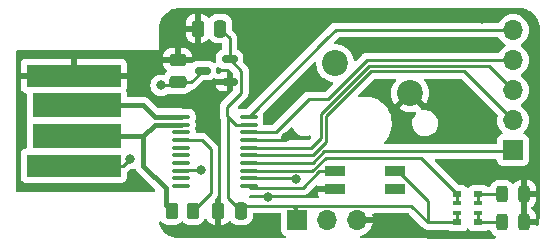
<source format=gbr>
%TF.GenerationSoftware,KiCad,Pcbnew,7.0.8*%
%TF.CreationDate,2024-02-06T14:03:30-06:00*%
%TF.ProjectId,Keeb,4b656562-2e6b-4696-9361-645f70636258,rev?*%
%TF.SameCoordinates,Original*%
%TF.FileFunction,Copper,L1,Top*%
%TF.FilePolarity,Positive*%
%FSLAX46Y46*%
G04 Gerber Fmt 4.6, Leading zero omitted, Abs format (unit mm)*
G04 Created by KiCad (PCBNEW 7.0.8) date 2024-02-06 14:03:30*
%MOMM*%
%LPD*%
G01*
G04 APERTURE LIST*
G04 Aperture macros list*
%AMRoundRect*
0 Rectangle with rounded corners*
0 $1 Rounding radius*
0 $2 $3 $4 $5 $6 $7 $8 $9 X,Y pos of 4 corners*
0 Add a 4 corners polygon primitive as box body*
4,1,4,$2,$3,$4,$5,$6,$7,$8,$9,$2,$3,0*
0 Add four circle primitives for the rounded corners*
1,1,$1+$1,$2,$3*
1,1,$1+$1,$4,$5*
1,1,$1+$1,$6,$7*
1,1,$1+$1,$8,$9*
0 Add four rect primitives between the rounded corners*
20,1,$1+$1,$2,$3,$4,$5,0*
20,1,$1+$1,$4,$5,$6,$7,0*
20,1,$1+$1,$6,$7,$8,$9,0*
20,1,$1+$1,$8,$9,$2,$3,0*%
G04 Aperture macros list end*
%TA.AperFunction,ComponentPad*%
%ADD10R,1.700000X1.700000*%
%TD*%
%TA.AperFunction,ComponentPad*%
%ADD11O,1.700000X1.700000*%
%TD*%
%TA.AperFunction,SMDPad,CuDef*%
%ADD12R,1.800000X0.820000*%
%TD*%
%TA.AperFunction,SMDPad,CuDef*%
%ADD13RoundRect,0.150000X0.512500X0.150000X-0.512500X0.150000X-0.512500X-0.150000X0.512500X-0.150000X0*%
%TD*%
%TA.AperFunction,SMDPad,CuDef*%
%ADD14RoundRect,0.100000X0.637500X0.100000X-0.637500X0.100000X-0.637500X-0.100000X0.637500X-0.100000X0*%
%TD*%
%TA.AperFunction,ComponentPad*%
%ADD15C,2.200000*%
%TD*%
%TA.AperFunction,SMDPad,CuDef*%
%ADD16R,0.800000X0.500000*%
%TD*%
%TA.AperFunction,SMDPad,CuDef*%
%ADD17R,0.800000X0.400000*%
%TD*%
%TA.AperFunction,SMDPad,CuDef*%
%ADD18RoundRect,0.250000X0.262500X0.450000X-0.262500X0.450000X-0.262500X-0.450000X0.262500X-0.450000X0*%
%TD*%
%TA.AperFunction,ConnectorPad*%
%ADD19R,8.000000X1.900000*%
%TD*%
%TA.AperFunction,ConnectorPad*%
%ADD20R,7.500000X2.000000*%
%TD*%
%TA.AperFunction,SMDPad,CuDef*%
%ADD21RoundRect,0.243750X0.243750X0.456250X-0.243750X0.456250X-0.243750X-0.456250X0.243750X-0.456250X0*%
%TD*%
%TA.AperFunction,SMDPad,CuDef*%
%ADD22RoundRect,0.250000X-0.250000X-0.475000X0.250000X-0.475000X0.250000X0.475000X-0.250000X0.475000X0*%
%TD*%
%TA.AperFunction,SMDPad,CuDef*%
%ADD23RoundRect,0.250000X0.475000X-0.250000X0.475000X0.250000X-0.475000X0.250000X-0.475000X-0.250000X0*%
%TD*%
%TA.AperFunction,SMDPad,CuDef*%
%ADD24RoundRect,0.250000X0.250000X0.475000X-0.250000X0.475000X-0.250000X-0.475000X0.250000X-0.475000X0*%
%TD*%
%TA.AperFunction,ViaPad*%
%ADD25C,0.800000*%
%TD*%
%TA.AperFunction,Conductor*%
%ADD26C,0.250000*%
%TD*%
%TA.AperFunction,Conductor*%
%ADD27C,0.438000*%
%TD*%
G04 APERTURE END LIST*
D10*
%TO.P,J3,1,Pin_1*%
%TO.N,VCC*%
X156720000Y-82200000D03*
D11*
%TO.P,J3,2,Pin_2*%
%TO.N,SWIO*%
X159260000Y-82200000D03*
%TO.P,J3,3,Pin_3*%
%TO.N,VSS*%
X161800000Y-82200000D03*
%TD*%
D12*
%TO.P,D5,1,VDD*%
%TO.N,VCC*%
X165000000Y-78065000D03*
%TO.P,D5,2,DOUT*%
%TO.N,unconnected-(D5-DOUT-Pad2)*%
X165000000Y-79600000D03*
%TO.P,D5,3,VSS*%
%TO.N,VSS*%
X159900000Y-79600000D03*
%TO.P,D5,4,DIN*%
%TO.N,PD4*%
X159900000Y-78065000D03*
%TD*%
D13*
%TO.P,U2,1,GND*%
%TO.N,VSS*%
X151000000Y-70500000D03*
%TO.P,U2,2,VO*%
%TO.N,VCC*%
X151000000Y-68600000D03*
%TO.P,U2,3,VI*%
%TO.N,+5V*%
X148725000Y-69550000D03*
%TD*%
D14*
%TO.P,U1,1,PD4*%
%TO.N,PD4*%
X152612500Y-79325000D03*
%TO.P,U1,2,PD5*%
%TO.N,PD5*%
X152612500Y-78675000D03*
%TO.P,U1,3,PD6*%
%TO.N,PD6*%
X152612500Y-78025000D03*
%TO.P,U1,4,PD7*%
%TO.N,PD7*%
X152612500Y-77375000D03*
%TO.P,U1,5,PA1*%
%TO.N,PA1*%
X152612500Y-76725000D03*
%TO.P,U1,6,PA2*%
%TO.N,PA2*%
X152612500Y-76075000D03*
%TO.P,U1,7,VSS*%
%TO.N,VSS*%
X152612500Y-75425000D03*
%TO.P,U1,8,PD0*%
%TO.N,PD0*%
X152612500Y-74775000D03*
%TO.P,U1,9,VCC*%
%TO.N,VCC*%
X152612500Y-74125000D03*
%TO.P,U1,10,PC0*%
%TO.N,PC0*%
X152612500Y-73475000D03*
%TO.P,U1,11,PC1*%
%TO.N,D+*%
X146887500Y-73475000D03*
%TO.P,U1,12,PC2*%
%TO.N,D-*%
X146887500Y-74125000D03*
%TO.P,U1,13,PC3*%
%TO.N,unconnected-(U1-PC3-Pad13)*%
X146887500Y-74775000D03*
%TO.P,U1,14,PC4*%
%TO.N,DPU*%
X146887500Y-75425000D03*
%TO.P,U1,15,PC5*%
%TO.N,unconnected-(U1-PC5-Pad15)*%
X146887500Y-76075000D03*
%TO.P,U1,16,PC6*%
%TO.N,unconnected-(U1-PC6-Pad16)*%
X146887500Y-76725000D03*
%TO.P,U1,17,PC7*%
%TO.N,unconnected-(U1-PC7-Pad17)*%
X146887500Y-77375000D03*
%TO.P,U1,18,SWIO*%
%TO.N,SWIO*%
X146887500Y-78025000D03*
%TO.P,U1,19,PD2*%
%TO.N,unconnected-(U1-PD2-Pad19)*%
X146887500Y-78675000D03*
%TO.P,U1,20,PD3*%
%TO.N,unconnected-(U1-PD3-Pad20)*%
X146887500Y-79325000D03*
%TD*%
D15*
%TO.P,SW1,2,2*%
%TO.N,VSS*%
X166290000Y-71460000D03*
%TO.P,SW1,1,1*%
%TO.N,PD5*%
X159940000Y-68920000D03*
%TD*%
D16*
%TO.P,RN2,8,R1.2*%
%TO.N,Net-(D3-A)*%
X172062500Y-80000000D03*
D17*
%TO.P,RN2,7,R2.2*%
X172062500Y-80800000D03*
%TO.P,RN2,6,R3.2*%
%TO.N,Net-(D2-A)*%
X172062500Y-81600000D03*
D16*
%TO.P,RN2,5,R4.2*%
X172062500Y-82400000D03*
%TO.P,RN2,4,R4.1*%
%TO.N,VCC*%
X170262500Y-82400000D03*
D17*
%TO.P,RN2,3,R3.1*%
X170262500Y-81600000D03*
%TO.P,RN2,2,R2.1*%
%TO.N,PD6*%
X170262500Y-80800000D03*
D16*
%TO.P,RN2,1,R1.1*%
X170262500Y-80000000D03*
%TD*%
D18*
%TO.P,R1,1*%
%TO.N,DPU*%
X147912500Y-81400000D03*
%TO.P,R1,2*%
%TO.N,D-*%
X146087500Y-81400000D03*
%TD*%
D11*
%TO.P,J2,5,Pin_5*%
%TO.N,PC0*%
X175000000Y-66120000D03*
%TO.P,J2,4,Pin_4*%
%TO.N,PD0*%
X175000000Y-68660000D03*
%TO.P,J2,3,Pin_3*%
%TO.N,PA2*%
X175000000Y-71200000D03*
%TO.P,J2,2,Pin_2*%
%TO.N,PA1*%
X175000000Y-73740000D03*
D10*
%TO.P,J2,1,Pin_1*%
%TO.N,PD7*%
X175000000Y-76280000D03*
%TD*%
D19*
%TO.P,J1,1,VBUS*%
%TO.N,+5V*%
X137814840Y-77610000D03*
%TO.P,J1,4,GND*%
%TO.N,VSS*%
X137814840Y-69990000D03*
D20*
%TO.P,J1,3,D+*%
%TO.N,D+*%
X138064840Y-72500000D03*
%TO.P,J1,2,D-*%
%TO.N,D-*%
X138064840Y-75100000D03*
%TD*%
D21*
%TO.P,D3,2,A*%
%TO.N,Net-(D3-A)*%
X174062500Y-80000000D03*
%TO.P,D3,1,K*%
%TO.N,VSS*%
X175937500Y-80000000D03*
%TD*%
%TO.P,D2,2,A*%
%TO.N,Net-(D2-A)*%
X174062500Y-82400000D03*
%TO.P,D2,1,K*%
%TO.N,VSS*%
X175937500Y-82400000D03*
%TD*%
D22*
%TO.P,C3,1*%
%TO.N,VSS*%
X150050000Y-81400000D03*
%TO.P,C3,2*%
%TO.N,VCC*%
X151950000Y-81400000D03*
%TD*%
D23*
%TO.P,C2,1*%
%TO.N,+5V*%
X146600000Y-70550000D03*
%TO.P,C2,2*%
%TO.N,VSS*%
X146600000Y-68650000D03*
%TD*%
D24*
%TO.P,C1,1*%
%TO.N,VCC*%
X150200000Y-66000000D03*
%TO.P,C1,2*%
%TO.N,VSS*%
X148300000Y-66000000D03*
%TD*%
D25*
%TO.N,SWIO*%
X148600000Y-78000000D03*
%TO.N,VSS*%
X164000000Y-82400000D03*
X157000000Y-71200000D03*
X163200000Y-67400000D03*
X155600000Y-65600000D03*
X172400000Y-65200000D03*
X171800000Y-67400000D03*
X176600000Y-78400000D03*
X171800000Y-78000000D03*
X150600000Y-83000000D03*
X147600000Y-83200000D03*
X152600000Y-68200000D03*
X148800000Y-67800000D03*
X151600000Y-65200000D03*
X146200000Y-65800000D03*
X154286746Y-80275000D03*
X149600000Y-74200000D03*
X155800000Y-75200000D03*
%TO.N,+5V*%
X142600000Y-77000000D03*
X145200000Y-70800000D03*
%TO.N,PD5*%
X156632836Y-78750000D03*
%TD*%
D26*
%TO.N,SWIO*%
X146912500Y-78000000D02*
X146887500Y-78025000D01*
X148600000Y-78000000D02*
X146912500Y-78000000D01*
%TO.N,VCC*%
X156720000Y-81320000D02*
X156400000Y-81000000D01*
X156720000Y-82200000D02*
X156720000Y-81320000D01*
X156400000Y-81000000D02*
X152350000Y-81000000D01*
X166400000Y-81000000D02*
X156400000Y-81000000D01*
X152350000Y-81000000D02*
X151950000Y-81400000D01*
X167800000Y-82400000D02*
X166400000Y-81000000D01*
%TO.N,VSS*%
X155575000Y-75425000D02*
X155800000Y-75200000D01*
X152612500Y-75425000D02*
X155575000Y-75425000D01*
%TO.N,+5V*%
X146350000Y-70800000D02*
X146600000Y-70550000D01*
X145200000Y-70800000D02*
X146350000Y-70800000D01*
X141990000Y-77610000D02*
X142600000Y-77000000D01*
X137814840Y-77610000D02*
X141990000Y-77610000D01*
%TO.N,DPU*%
X148625000Y-75425000D02*
X146887500Y-75425000D01*
X149400000Y-79912500D02*
X149400000Y-76200000D01*
X149400000Y-76200000D02*
X148625000Y-75425000D01*
X147912500Y-81400000D02*
X149400000Y-79912500D01*
D27*
%TO.N,D-*%
X145600000Y-79500000D02*
X143689841Y-77589841D01*
X145600000Y-80912500D02*
X145600000Y-79500000D01*
X143689841Y-77589841D02*
X143689841Y-75100000D01*
X146087500Y-81400000D02*
X145600000Y-80912500D01*
D26*
%TO.N,PA1*%
X170860000Y-69600000D02*
X175000000Y-73740000D01*
X163000000Y-69600000D02*
X170860000Y-69600000D01*
X159200000Y-75563604D02*
X159200000Y-73400000D01*
%TO.N,PA2*%
X158750000Y-75250000D02*
X158750000Y-73213604D01*
X158750000Y-73213604D02*
X162813604Y-69150000D01*
X157925000Y-76075000D02*
X158750000Y-75250000D01*
%TO.N,PA1*%
X159200000Y-73400000D02*
X163000000Y-69600000D01*
X158038604Y-76725000D02*
X159200000Y-75563604D01*
%TO.N,PA2*%
X172950000Y-69150000D02*
X175000000Y-71200000D01*
%TO.N,PA1*%
X152612500Y-76725000D02*
X158038604Y-76725000D01*
%TO.N,PA2*%
X162813604Y-69150000D02*
X172950000Y-69150000D01*
X152612500Y-76075000D02*
X157925000Y-76075000D01*
%TO.N,PD0*%
X162667208Y-68660000D02*
X175000000Y-68660000D01*
X159373390Y-71953818D02*
X162667208Y-68660000D01*
X157713770Y-71953818D02*
X159373390Y-71953818D01*
X154892588Y-74775000D02*
X157713770Y-71953818D01*
X152612500Y-74775000D02*
X154892588Y-74775000D01*
%TO.N,PC0*%
X159967500Y-66120000D02*
X159287500Y-66800000D01*
X175000000Y-66120000D02*
X159967500Y-66120000D01*
X152612500Y-73475000D02*
X159287500Y-66800000D01*
%TO.N,PD7*%
X174880000Y-76400000D02*
X175000000Y-76280000D01*
X158025000Y-77375000D02*
X159000000Y-76400000D01*
X152612500Y-77375000D02*
X158025000Y-77375000D01*
%TO.N,PD6*%
X167177500Y-76915000D02*
X170262500Y-80000000D01*
X158011396Y-78025000D02*
X159121396Y-76915000D01*
%TO.N,PD4*%
X152762500Y-79475000D02*
X152612500Y-79325000D01*
X157197792Y-79475000D02*
X152762500Y-79475000D01*
X159900000Y-78065000D02*
X158607792Y-78065000D01*
%TO.N,PD7*%
X159000000Y-76400000D02*
X174880000Y-76400000D01*
%TO.N,PD6*%
X152612500Y-78025000D02*
X158011396Y-78025000D01*
%TO.N,PD4*%
X158607792Y-78065000D02*
X157197792Y-79475000D01*
%TO.N,PD6*%
X159121396Y-76915000D02*
X167177500Y-76915000D01*
%TO.N,VCC*%
X167800000Y-80630380D02*
X167800000Y-82400000D01*
X165234620Y-78065000D02*
X167800000Y-80630380D01*
X165000000Y-78065000D02*
X165234620Y-78065000D01*
X170262500Y-82400000D02*
X167800000Y-82400000D01*
X170262500Y-81600000D02*
X170262500Y-82400000D01*
%TO.N,Net-(D2-A)*%
X172062500Y-82400000D02*
X174062500Y-82400000D01*
X172062500Y-81600000D02*
X172062500Y-82400000D01*
%TO.N,Net-(D3-A)*%
X172062500Y-80800000D02*
X172062500Y-80000000D01*
X172062500Y-80000000D02*
X174062500Y-80000000D01*
%TO.N,PD6*%
X170262500Y-80000000D02*
X170262500Y-80800000D01*
%TO.N,PD5*%
X156557836Y-78675000D02*
X156632836Y-78750000D01*
X152612500Y-78675000D02*
X156557836Y-78675000D01*
%TO.N,VCC*%
X150900000Y-80350000D02*
X150900000Y-73500000D01*
X150800000Y-73400000D02*
X150900000Y-73500000D01*
X150900000Y-73500000D02*
X151525000Y-74125000D01*
X151950000Y-81400000D02*
X150900000Y-80350000D01*
X151525000Y-74125000D02*
X152612500Y-74125000D01*
X151987500Y-71412500D02*
X150800000Y-72600000D01*
X150800000Y-72600000D02*
X150800000Y-73400000D01*
X151987500Y-69587500D02*
X151987500Y-71412500D01*
X151000000Y-68600000D02*
X151987500Y-69587500D01*
X151000000Y-66800000D02*
X151000000Y-68600000D01*
X150200000Y-66000000D02*
X151000000Y-66800000D01*
%TO.N,+5V*%
X146600000Y-70550000D02*
X147725000Y-70550000D01*
X147725000Y-70550000D02*
X148725000Y-69550000D01*
D27*
%TO.N,D-*%
X145781249Y-74125000D02*
X146887500Y-74125000D01*
X145776849Y-74120600D02*
X145781249Y-74125000D01*
X144669241Y-74120600D02*
X145776849Y-74120600D01*
X138064840Y-75100000D02*
X143689841Y-75100000D01*
%TO.N,D+*%
X143689841Y-72500000D02*
X144669241Y-73479400D01*
%TO.N,D-*%
X143689841Y-75100000D02*
X144669241Y-74120600D01*
%TO.N,D+*%
X138064840Y-72500000D02*
X143689841Y-72500000D01*
X145781249Y-73475000D02*
X146887500Y-73475000D01*
X144669241Y-73479400D02*
X145776849Y-73479400D01*
X145776849Y-73479400D02*
X145781249Y-73475000D01*
%TD*%
%TA.AperFunction,Conductor*%
%TO.N,VSS*%
G36*
X166156587Y-81645185D02*
G01*
X166177229Y-81661819D01*
X167299195Y-82783786D01*
X167309015Y-82796042D01*
X167309236Y-82795860D01*
X167314214Y-82801877D01*
X167320166Y-82807466D01*
X167335602Y-82824975D01*
X167340406Y-82831587D01*
X167340405Y-82831587D01*
X167376302Y-82861283D01*
X167380625Y-82865216D01*
X167385524Y-82870116D01*
X167385528Y-82870119D01*
X167385529Y-82870120D01*
X167391011Y-82874373D01*
X167395443Y-82878157D01*
X167429418Y-82910062D01*
X167436578Y-82913998D01*
X167455879Y-82927114D01*
X167462177Y-82932324D01*
X167462180Y-82932325D01*
X167462181Y-82932326D01*
X167468766Y-82936506D01*
X167468612Y-82936747D01*
X167472204Y-82938948D01*
X167472350Y-82938703D01*
X167479060Y-82942671D01*
X167479063Y-82942672D01*
X167479064Y-82942673D01*
X167495661Y-82949855D01*
X167521833Y-82961181D01*
X167527069Y-82963745D01*
X167567908Y-82986197D01*
X167575817Y-82988227D01*
X167597772Y-82996131D01*
X167605174Y-82999614D01*
X167605176Y-82999614D01*
X167605180Y-82999616D01*
X167612597Y-83002026D01*
X167612508Y-83002299D01*
X167616535Y-83003538D01*
X167616616Y-83003262D01*
X167624099Y-83005435D01*
X167624104Y-83005438D01*
X167670157Y-83012732D01*
X167675826Y-83013906D01*
X167720981Y-83025500D01*
X167729151Y-83025500D01*
X167752385Y-83027696D01*
X167754960Y-83028187D01*
X167760412Y-83029227D01*
X167760418Y-83029226D01*
X167768195Y-83029716D01*
X167768176Y-83030004D01*
X167772383Y-83030202D01*
X167772393Y-83029915D01*
X167780193Y-83030160D01*
X167780194Y-83030159D01*
X167780196Y-83030160D01*
X167826584Y-83025775D01*
X167832422Y-83025500D01*
X169487665Y-83025500D01*
X169554704Y-83045185D01*
X169561976Y-83050233D01*
X169620168Y-83093795D01*
X169620171Y-83093797D01*
X169755017Y-83144091D01*
X169755016Y-83144091D01*
X169761944Y-83144835D01*
X169814627Y-83150500D01*
X170710372Y-83150499D01*
X170769983Y-83144091D01*
X170904831Y-83093796D01*
X171020046Y-83007546D01*
X171063234Y-82949854D01*
X171119167Y-82907984D01*
X171188859Y-82903000D01*
X171250182Y-82936485D01*
X171261763Y-82949850D01*
X171304954Y-83007546D01*
X171351143Y-83042123D01*
X171420164Y-83093793D01*
X171420171Y-83093797D01*
X171555017Y-83144091D01*
X171555016Y-83144091D01*
X171561944Y-83144835D01*
X171614627Y-83150500D01*
X172510372Y-83150499D01*
X172569983Y-83144091D01*
X172704831Y-83093796D01*
X172763024Y-83050233D01*
X172828489Y-83025816D01*
X172837335Y-83025500D01*
X173001245Y-83025500D01*
X173068284Y-83045185D01*
X173114039Y-83097989D01*
X173118951Y-83110496D01*
X173139638Y-83172925D01*
X173139639Y-83172928D01*
X173230971Y-83320999D01*
X173230974Y-83321003D01*
X173353996Y-83444025D01*
X173354000Y-83444028D01*
X173508222Y-83539154D01*
X173506755Y-83541531D01*
X173549568Y-83579217D01*
X173568730Y-83646407D01*
X173548524Y-83713292D01*
X173495366Y-83758634D01*
X173444659Y-83769442D01*
X162126056Y-83762610D01*
X162059029Y-83742885D01*
X162013306Y-83690053D01*
X162003404Y-83620889D01*
X162032467Y-83557351D01*
X162091268Y-83519612D01*
X162094038Y-83518835D01*
X162263483Y-83473433D01*
X162263492Y-83473429D01*
X162477578Y-83373600D01*
X162671082Y-83238105D01*
X162838105Y-83071082D01*
X162973600Y-82877578D01*
X163073429Y-82663492D01*
X163073432Y-82663486D01*
X163130636Y-82450000D01*
X162233686Y-82450000D01*
X162259493Y-82409844D01*
X162300000Y-82271889D01*
X162300000Y-82128111D01*
X162259493Y-81990156D01*
X162233686Y-81950000D01*
X163130636Y-81950000D01*
X163130635Y-81949999D01*
X163085511Y-81781594D01*
X163087174Y-81711744D01*
X163126336Y-81653881D01*
X163190564Y-81626377D01*
X163205286Y-81625500D01*
X166089548Y-81625500D01*
X166156587Y-81645185D01*
G37*
%TD.AperFunction*%
%TA.AperFunction,Conductor*%
G36*
X175452676Y-64247288D02*
G01*
X175494630Y-64246699D01*
X175499079Y-64246796D01*
X175566025Y-64250692D01*
X175753510Y-64262961D01*
X175761890Y-64264089D01*
X175869417Y-64286132D01*
X176012614Y-64318728D01*
X176019881Y-64320858D01*
X176131011Y-64360953D01*
X176260335Y-64412949D01*
X176266376Y-64415765D01*
X176372331Y-64472325D01*
X176375012Y-64473844D01*
X176420188Y-64500970D01*
X176491035Y-64543511D01*
X176495860Y-64546723D01*
X176593630Y-64618668D01*
X176596781Y-64621149D01*
X176699500Y-64707531D01*
X176703131Y-64710839D01*
X176757383Y-64764341D01*
X176778268Y-64784938D01*
X176789804Y-64796314D01*
X176793158Y-64799896D01*
X176833117Y-64846094D01*
X176880994Y-64901446D01*
X176883519Y-64904563D01*
X176914880Y-64945964D01*
X176956753Y-65001243D01*
X176960039Y-65006031D01*
X177031390Y-65121205D01*
X177032969Y-65123903D01*
X177078203Y-65205880D01*
X177090881Y-65228855D01*
X177093797Y-65234888D01*
X177147696Y-65363744D01*
X177189219Y-65474006D01*
X177191455Y-65481263D01*
X177226172Y-65624551D01*
X177249574Y-65731158D01*
X177250823Y-65739554D01*
X177265852Y-65928832D01*
X177270523Y-65993550D01*
X177270683Y-65998081D01*
X177253381Y-81950669D01*
X177252716Y-81952923D01*
X177253300Y-81994634D01*
X177253201Y-81999107D01*
X177249307Y-82066020D01*
X177237039Y-82253491D01*
X177235907Y-82261903D01*
X177213866Y-82369423D01*
X177181275Y-82512594D01*
X177179140Y-82519881D01*
X177143523Y-82618603D01*
X177102255Y-82674983D01*
X177037057Y-82700102D01*
X176968628Y-82685984D01*
X176939201Y-82664201D01*
X176925000Y-82650000D01*
X175811500Y-82650000D01*
X175744461Y-82630315D01*
X175698706Y-82577511D01*
X175687500Y-82526000D01*
X175687500Y-80250000D01*
X176187500Y-80250000D01*
X176187500Y-82150000D01*
X176925000Y-82150000D01*
X176925000Y-81894197D01*
X176924999Y-81894184D01*
X176914592Y-81792326D01*
X176859905Y-81627290D01*
X176859903Y-81627285D01*
X176768629Y-81479308D01*
X176645691Y-81356370D01*
X176563281Y-81305539D01*
X176516557Y-81253591D01*
X176505335Y-81184628D01*
X176533178Y-81120546D01*
X176563281Y-81094461D01*
X176645691Y-81043629D01*
X176768629Y-80920691D01*
X176859903Y-80772714D01*
X176859905Y-80772709D01*
X176914592Y-80607673D01*
X176924999Y-80505815D01*
X176925000Y-80505802D01*
X176925000Y-80250000D01*
X176187500Y-80250000D01*
X175687500Y-80250000D01*
X175687500Y-78800000D01*
X176187500Y-78800000D01*
X176187500Y-79750000D01*
X176925000Y-79750000D01*
X176925000Y-79494197D01*
X176924999Y-79494184D01*
X176914592Y-79392326D01*
X176859905Y-79227290D01*
X176859903Y-79227285D01*
X176768629Y-79079308D01*
X176645691Y-78956370D01*
X176497714Y-78865096D01*
X176497709Y-78865094D01*
X176332673Y-78810407D01*
X176230815Y-78800000D01*
X176187500Y-78800000D01*
X175687500Y-78800000D01*
X175644184Y-78800000D01*
X175542326Y-78810407D01*
X175377290Y-78865094D01*
X175377285Y-78865096D01*
X175229308Y-78956370D01*
X175106369Y-79079309D01*
X175106364Y-79079315D01*
X175105829Y-79080184D01*
X175105306Y-79080654D01*
X175101888Y-79084977D01*
X175101149Y-79084392D01*
X175053879Y-79126906D01*
X174984916Y-79138125D01*
X174920835Y-79110278D01*
X174898586Y-79084601D01*
X174898507Y-79084664D01*
X174897111Y-79082898D01*
X174894758Y-79080183D01*
X174894028Y-79078999D01*
X174771003Y-78955974D01*
X174770999Y-78955971D01*
X174622933Y-78864642D01*
X174622927Y-78864639D01*
X174622925Y-78864638D01*
X174558878Y-78843415D01*
X174457776Y-78809913D01*
X174355855Y-78799500D01*
X174355848Y-78799500D01*
X173769152Y-78799500D01*
X173769144Y-78799500D01*
X173667223Y-78809913D01*
X173502077Y-78864637D01*
X173502066Y-78864642D01*
X173354000Y-78955971D01*
X173353996Y-78955974D01*
X173230974Y-79078996D01*
X173230971Y-79079000D01*
X173139639Y-79227071D01*
X173139638Y-79227074D01*
X173118951Y-79289504D01*
X173079178Y-79346949D01*
X173014662Y-79373772D01*
X173001245Y-79374500D01*
X172837335Y-79374500D01*
X172770296Y-79354815D01*
X172763024Y-79349767D01*
X172704831Y-79306204D01*
X172704828Y-79306202D01*
X172569982Y-79255908D01*
X172569983Y-79255908D01*
X172510383Y-79249501D01*
X172510381Y-79249500D01*
X172510373Y-79249500D01*
X172510364Y-79249500D01*
X171614629Y-79249500D01*
X171614623Y-79249501D01*
X171555016Y-79255908D01*
X171420171Y-79306202D01*
X171420164Y-79306206D01*
X171304955Y-79392452D01*
X171261766Y-79450145D01*
X171205832Y-79492015D01*
X171136140Y-79496999D01*
X171074817Y-79463513D01*
X171063234Y-79450145D01*
X171041876Y-79421615D01*
X171020046Y-79392454D01*
X171020044Y-79392453D01*
X171020044Y-79392452D01*
X170904835Y-79306206D01*
X170904828Y-79306202D01*
X170769982Y-79255908D01*
X170769983Y-79255908D01*
X170710383Y-79249501D01*
X170710381Y-79249500D01*
X170710373Y-79249500D01*
X170710365Y-79249500D01*
X170447952Y-79249500D01*
X170380913Y-79229815D01*
X170360271Y-79213181D01*
X168384272Y-77237181D01*
X168350787Y-77175858D01*
X168355771Y-77106166D01*
X168397643Y-77050233D01*
X168463107Y-77025816D01*
X168471953Y-77025500D01*
X173525501Y-77025500D01*
X173592540Y-77045185D01*
X173638295Y-77097989D01*
X173649501Y-77149500D01*
X173649501Y-77177876D01*
X173655908Y-77237483D01*
X173706202Y-77372328D01*
X173706206Y-77372335D01*
X173792452Y-77487544D01*
X173792455Y-77487547D01*
X173907664Y-77573793D01*
X173907671Y-77573797D01*
X174042517Y-77624091D01*
X174042516Y-77624091D01*
X174049444Y-77624835D01*
X174102127Y-77630500D01*
X175897872Y-77630499D01*
X175957483Y-77624091D01*
X176092331Y-77573796D01*
X176207546Y-77487546D01*
X176293796Y-77372331D01*
X176344091Y-77237483D01*
X176350500Y-77177873D01*
X176350499Y-75382128D01*
X176344091Y-75322517D01*
X176335087Y-75298377D01*
X176293797Y-75187671D01*
X176293793Y-75187664D01*
X176207547Y-75072455D01*
X176207544Y-75072452D01*
X176092335Y-74986206D01*
X176092328Y-74986202D01*
X175960917Y-74937189D01*
X175904983Y-74895318D01*
X175880566Y-74829853D01*
X175895418Y-74761580D01*
X175916563Y-74733332D01*
X176038495Y-74611401D01*
X176174035Y-74417830D01*
X176273903Y-74203663D01*
X176335063Y-73975408D01*
X176355659Y-73740000D01*
X176355603Y-73739365D01*
X176343904Y-73605647D01*
X176335063Y-73504592D01*
X176273903Y-73276337D01*
X176174035Y-73062171D01*
X176173479Y-73061376D01*
X176038494Y-72868597D01*
X175871402Y-72701506D01*
X175871396Y-72701501D01*
X175685842Y-72571575D01*
X175642217Y-72516998D01*
X175635023Y-72447500D01*
X175666546Y-72385145D01*
X175685842Y-72368425D01*
X175708026Y-72352891D01*
X175871401Y-72238495D01*
X176038495Y-72071401D01*
X176174035Y-71877830D01*
X176273903Y-71663663D01*
X176335063Y-71435408D01*
X176355659Y-71200000D01*
X176353515Y-71175500D01*
X176342305Y-71047372D01*
X176335063Y-70964592D01*
X176273903Y-70736337D01*
X176174035Y-70522171D01*
X176170158Y-70516633D01*
X176038494Y-70328597D01*
X175871402Y-70161506D01*
X175871396Y-70161501D01*
X175685842Y-70031575D01*
X175642217Y-69976998D01*
X175635023Y-69907500D01*
X175666546Y-69845145D01*
X175685842Y-69828425D01*
X175733313Y-69795185D01*
X175871401Y-69698495D01*
X176038495Y-69531401D01*
X176174035Y-69337830D01*
X176273903Y-69123663D01*
X176335063Y-68895408D01*
X176355659Y-68660000D01*
X176355099Y-68653605D01*
X176335063Y-68424596D01*
X176335063Y-68424592D01*
X176273903Y-68196337D01*
X176174035Y-67982171D01*
X176173652Y-67981623D01*
X176038494Y-67788597D01*
X175871402Y-67621506D01*
X175871396Y-67621501D01*
X175685842Y-67491575D01*
X175642217Y-67436998D01*
X175635023Y-67367500D01*
X175666546Y-67305145D01*
X175685842Y-67288425D01*
X175775709Y-67225499D01*
X175871401Y-67158495D01*
X176038495Y-66991401D01*
X176174035Y-66797830D01*
X176273903Y-66583663D01*
X176335063Y-66355408D01*
X176355659Y-66120000D01*
X176335063Y-65884592D01*
X176273903Y-65656337D01*
X176174035Y-65442171D01*
X176173652Y-65441623D01*
X176038494Y-65248597D01*
X175871402Y-65081506D01*
X175871395Y-65081501D01*
X175677834Y-64945967D01*
X175677830Y-64945965D01*
X175677828Y-64945964D01*
X175463663Y-64846097D01*
X175463659Y-64846096D01*
X175463655Y-64846094D01*
X175235413Y-64784938D01*
X175235403Y-64784936D01*
X175000001Y-64764341D01*
X174999999Y-64764341D01*
X174764596Y-64784936D01*
X174764586Y-64784938D01*
X174536344Y-64846094D01*
X174536335Y-64846098D01*
X174322171Y-64945964D01*
X174322169Y-64945965D01*
X174128597Y-65081505D01*
X173961505Y-65248597D01*
X173826348Y-65441623D01*
X173771771Y-65485248D01*
X173724773Y-65494500D01*
X160050237Y-65494500D01*
X160034620Y-65492776D01*
X160034593Y-65493062D01*
X160026831Y-65492327D01*
X159957703Y-65494500D01*
X159928150Y-65494500D01*
X159927429Y-65494590D01*
X159921257Y-65495369D01*
X159915445Y-65495826D01*
X159868873Y-65497290D01*
X159868872Y-65497290D01*
X159849629Y-65502881D01*
X159830579Y-65506825D01*
X159810711Y-65509334D01*
X159810709Y-65509335D01*
X159767384Y-65526488D01*
X159761857Y-65528380D01*
X159717110Y-65541381D01*
X159717109Y-65541382D01*
X159699867Y-65551579D01*
X159682399Y-65560137D01*
X159663769Y-65567513D01*
X159663767Y-65567514D01*
X159626076Y-65594898D01*
X159621194Y-65598105D01*
X159581079Y-65621830D01*
X159566908Y-65636000D01*
X159552123Y-65648628D01*
X159535912Y-65660407D01*
X159506209Y-65696310D01*
X159502277Y-65700631D01*
X158817380Y-66385529D01*
X158817376Y-66385533D01*
X152464726Y-72738181D01*
X152403403Y-72771666D01*
X152377045Y-72774500D01*
X151935636Y-72774500D01*
X151810179Y-72791016D01*
X151809823Y-72788313D01*
X151753322Y-72786959D01*
X151695466Y-72747787D01*
X151667972Y-72683554D01*
X151679570Y-72614653D01*
X151703415Y-72581174D01*
X152371286Y-71913302D01*
X152383548Y-71903480D01*
X152383365Y-71903259D01*
X152389367Y-71898292D01*
X152389377Y-71898286D01*
X152436741Y-71847848D01*
X152457620Y-71826970D01*
X152461873Y-71821486D01*
X152465650Y-71817063D01*
X152497562Y-71783082D01*
X152507214Y-71765523D01*
X152517889Y-71749272D01*
X152530174Y-71733436D01*
X152548686Y-71690652D01*
X152551242Y-71685435D01*
X152573697Y-71644592D01*
X152578680Y-71625180D01*
X152584977Y-71606791D01*
X152592938Y-71588395D01*
X152600229Y-71542353D01*
X152601408Y-71536662D01*
X152613000Y-71491519D01*
X152613000Y-71471483D01*
X152614527Y-71452082D01*
X152617660Y-71432304D01*
X152613275Y-71385915D01*
X152613000Y-71380077D01*
X152613000Y-69670242D01*
X152614724Y-69654622D01*
X152614439Y-69654596D01*
X152615171Y-69646840D01*
X152615173Y-69646833D01*
X152613000Y-69577685D01*
X152613000Y-69548150D01*
X152612131Y-69541272D01*
X152611672Y-69535443D01*
X152610209Y-69488872D01*
X152604622Y-69469644D01*
X152600674Y-69450584D01*
X152598164Y-69430708D01*
X152598163Y-69430706D01*
X152598163Y-69430704D01*
X152581012Y-69387387D01*
X152579119Y-69381858D01*
X152566118Y-69337109D01*
X152566116Y-69337106D01*
X152555923Y-69319871D01*
X152547361Y-69302394D01*
X152539987Y-69283770D01*
X152539986Y-69283768D01*
X152512579Y-69246045D01*
X152509388Y-69241186D01*
X152485672Y-69201083D01*
X152485665Y-69201074D01*
X152471506Y-69186915D01*
X152458868Y-69172119D01*
X152458163Y-69171148D01*
X152447094Y-69155913D01*
X152427377Y-69139602D01*
X152411188Y-69126209D01*
X152406876Y-69122286D01*
X152198846Y-68914256D01*
X152165361Y-68852933D01*
X152162910Y-68816838D01*
X152163000Y-68815696D01*
X152163000Y-68384304D01*
X152160098Y-68347432D01*
X152160097Y-68347426D01*
X152114245Y-68189606D01*
X152114244Y-68189603D01*
X152114244Y-68189602D01*
X152030581Y-68048135D01*
X152030579Y-68048133D01*
X152030576Y-68048129D01*
X151914370Y-67931923D01*
X151914362Y-67931917D01*
X151772896Y-67848255D01*
X151772894Y-67848254D01*
X151714904Y-67831406D01*
X151656018Y-67793799D01*
X151626813Y-67730326D01*
X151625500Y-67712330D01*
X151625500Y-66882742D01*
X151627224Y-66867122D01*
X151626939Y-66867096D01*
X151627671Y-66859340D01*
X151627673Y-66859333D01*
X151625500Y-66790185D01*
X151625500Y-66760650D01*
X151624631Y-66753772D01*
X151624172Y-66747943D01*
X151622709Y-66701372D01*
X151617122Y-66682144D01*
X151613174Y-66663084D01*
X151610663Y-66643204D01*
X151593512Y-66599887D01*
X151591619Y-66594358D01*
X151578618Y-66549609D01*
X151578616Y-66549606D01*
X151568423Y-66532371D01*
X151559861Y-66514894D01*
X151552487Y-66496270D01*
X151552486Y-66496268D01*
X151525079Y-66458545D01*
X151521888Y-66453686D01*
X151498172Y-66413583D01*
X151498165Y-66413574D01*
X151484006Y-66399415D01*
X151471368Y-66384619D01*
X151459594Y-66368413D01*
X151423688Y-66338709D01*
X151419376Y-66334786D01*
X151236818Y-66152228D01*
X151203333Y-66090905D01*
X151200499Y-66064547D01*
X151200499Y-65474998D01*
X151200498Y-65474981D01*
X151189999Y-65372203D01*
X151189998Y-65372200D01*
X151187196Y-65363744D01*
X151134814Y-65205666D01*
X151042712Y-65056344D01*
X150918656Y-64932288D01*
X150778919Y-64846098D01*
X150769336Y-64840187D01*
X150769331Y-64840185D01*
X150767862Y-64839698D01*
X150602797Y-64785001D01*
X150602795Y-64785000D01*
X150500010Y-64774500D01*
X149899998Y-64774500D01*
X149899980Y-64774501D01*
X149797203Y-64785000D01*
X149797200Y-64785001D01*
X149630668Y-64840185D01*
X149630663Y-64840187D01*
X149481342Y-64932289D01*
X149357288Y-65056343D01*
X149357283Y-65056349D01*
X149355241Y-65059661D01*
X149353247Y-65061453D01*
X149352807Y-65062011D01*
X149352711Y-65061935D01*
X149303291Y-65106383D01*
X149234328Y-65117602D01*
X149170247Y-65089755D01*
X149144168Y-65059656D01*
X149142319Y-65056659D01*
X149142316Y-65056655D01*
X149018345Y-64932684D01*
X148869124Y-64840643D01*
X148869119Y-64840641D01*
X148702697Y-64785494D01*
X148702690Y-64785493D01*
X148599986Y-64775000D01*
X148550000Y-64775000D01*
X148550000Y-67224999D01*
X148599972Y-67224999D01*
X148599986Y-67224998D01*
X148702697Y-67214505D01*
X148869119Y-67159358D01*
X148869124Y-67159356D01*
X149018345Y-67067315D01*
X149142318Y-66943342D01*
X149144165Y-66940348D01*
X149145969Y-66938724D01*
X149146798Y-66937677D01*
X149146976Y-66937818D01*
X149196110Y-66893621D01*
X149265073Y-66882396D01*
X149329156Y-66910236D01*
X149355243Y-66940341D01*
X149357288Y-66943656D01*
X149481344Y-67067712D01*
X149630666Y-67159814D01*
X149797203Y-67214999D01*
X149899991Y-67225500D01*
X150250500Y-67225499D01*
X150317539Y-67245183D01*
X150363294Y-67297987D01*
X150374500Y-67349499D01*
X150374500Y-67712330D01*
X150354815Y-67779369D01*
X150302011Y-67825124D01*
X150285096Y-67831406D01*
X150227105Y-67848254D01*
X150227103Y-67848255D01*
X150085637Y-67931917D01*
X150085629Y-67931923D01*
X149969423Y-68048129D01*
X149969417Y-68048137D01*
X149885755Y-68189603D01*
X149885754Y-68189606D01*
X149839902Y-68347426D01*
X149839901Y-68347432D01*
X149837000Y-68384304D01*
X149837000Y-68782104D01*
X149817315Y-68849143D01*
X149764511Y-68894898D01*
X149695353Y-68904842D01*
X149647002Y-68884330D01*
X149646080Y-68885890D01*
X149534395Y-68819840D01*
X149497898Y-68798256D01*
X149497897Y-68798255D01*
X149497896Y-68798255D01*
X149497893Y-68798254D01*
X149340073Y-68752402D01*
X149340067Y-68752401D01*
X149303196Y-68749500D01*
X149303194Y-68749500D01*
X148146806Y-68749500D01*
X148146804Y-68749500D01*
X148109932Y-68752401D01*
X148109926Y-68752402D01*
X147952106Y-68798254D01*
X147952103Y-68798255D01*
X147809260Y-68882732D01*
X147746139Y-68900000D01*
X145375001Y-68900000D01*
X145375001Y-68949986D01*
X145385494Y-69052697D01*
X145440641Y-69219119D01*
X145440643Y-69219124D01*
X145532684Y-69368345D01*
X145656655Y-69492316D01*
X145656659Y-69492319D01*
X145659656Y-69494168D01*
X145661279Y-69495972D01*
X145662323Y-69496798D01*
X145662181Y-69496976D01*
X145706381Y-69546116D01*
X145717602Y-69615079D01*
X145689759Y-69679161D01*
X145659661Y-69705241D01*
X145656349Y-69707283D01*
X145656343Y-69707288D01*
X145532287Y-69831344D01*
X145513440Y-69861901D01*
X145461492Y-69908625D01*
X145392529Y-69919846D01*
X145382122Y-69918093D01*
X145294646Y-69899500D01*
X145105354Y-69899500D01*
X145072897Y-69906398D01*
X144920197Y-69938855D01*
X144920192Y-69938857D01*
X144747270Y-70015848D01*
X144747265Y-70015851D01*
X144594129Y-70127111D01*
X144467466Y-70267785D01*
X144372821Y-70431715D01*
X144372818Y-70431722D01*
X144318519Y-70598839D01*
X144314326Y-70611744D01*
X144294540Y-70800000D01*
X144314326Y-70988256D01*
X144314327Y-70988259D01*
X144372818Y-71168277D01*
X144372821Y-71168284D01*
X144467467Y-71332216D01*
X144578605Y-71455647D01*
X144594129Y-71472888D01*
X144747265Y-71584148D01*
X144747270Y-71584151D01*
X144920192Y-71661142D01*
X144920197Y-71661144D01*
X145105354Y-71700500D01*
X145105355Y-71700500D01*
X145294644Y-71700500D01*
X145294646Y-71700500D01*
X145479803Y-71661144D01*
X145652730Y-71584151D01*
X145743049Y-71518529D01*
X145808855Y-71495049D01*
X145854936Y-71501140D01*
X145972203Y-71539999D01*
X146074991Y-71550500D01*
X147125008Y-71550499D01*
X147125016Y-71550498D01*
X147125019Y-71550498D01*
X147204547Y-71542374D01*
X147227797Y-71539999D01*
X147394334Y-71484814D01*
X147543656Y-71392712D01*
X147667712Y-71268656D01*
X147689978Y-71232555D01*
X147741924Y-71185832D01*
X147791622Y-71173714D01*
X147823627Y-71172709D01*
X147842869Y-71167117D01*
X147861912Y-71163174D01*
X147881792Y-71160664D01*
X147925122Y-71143507D01*
X147930646Y-71141617D01*
X147934396Y-71140527D01*
X147975390Y-71128618D01*
X147992629Y-71118422D01*
X148010103Y-71109862D01*
X148028727Y-71102488D01*
X148028727Y-71102487D01*
X148028732Y-71102486D01*
X148066449Y-71075082D01*
X148071305Y-71071892D01*
X148111420Y-71048170D01*
X148125589Y-71033999D01*
X148140379Y-71021368D01*
X148156587Y-71009594D01*
X148186299Y-70973676D01*
X148190212Y-70969376D01*
X148409588Y-70750001D01*
X149840204Y-70750001D01*
X149840399Y-70752486D01*
X149886218Y-70910198D01*
X149969814Y-71051552D01*
X149969821Y-71051561D01*
X150085938Y-71167678D01*
X150085947Y-71167685D01*
X150227303Y-71251282D01*
X150227306Y-71251283D01*
X150385004Y-71297099D01*
X150385010Y-71297100D01*
X150421856Y-71300000D01*
X150750000Y-71300000D01*
X150750000Y-70750000D01*
X149840205Y-70750000D01*
X149840204Y-70750001D01*
X148409588Y-70750001D01*
X148772771Y-70386819D01*
X148834094Y-70353334D01*
X148860452Y-70350500D01*
X149303196Y-70350500D01*
X149321631Y-70349049D01*
X149340069Y-70347598D01*
X149340071Y-70347597D01*
X149340073Y-70347597D01*
X149405470Y-70328597D01*
X149497898Y-70301744D01*
X149639365Y-70218081D01*
X149639370Y-70218075D01*
X149645531Y-70213298D01*
X149646839Y-70214984D01*
X149698509Y-70186761D01*
X149768201Y-70191735D01*
X149815941Y-70223752D01*
X149840204Y-70250000D01*
X150750000Y-70250000D01*
X150750000Y-69700000D01*
X150421856Y-69700000D01*
X150385010Y-69702899D01*
X150385004Y-69702900D01*
X150227306Y-69748716D01*
X150227303Y-69748717D01*
X150079229Y-69836288D01*
X150078211Y-69834566D01*
X150022955Y-69856257D01*
X149954438Y-69842572D01*
X149904197Y-69794017D01*
X149888000Y-69732742D01*
X149888000Y-69367895D01*
X149907685Y-69300856D01*
X149960489Y-69255101D01*
X150029647Y-69245157D01*
X150077996Y-69265671D01*
X150078920Y-69264110D01*
X150085635Y-69268081D01*
X150227102Y-69351744D01*
X150268724Y-69363836D01*
X150384926Y-69397597D01*
X150384929Y-69397597D01*
X150384931Y-69397598D01*
X150397222Y-69398565D01*
X150421804Y-69400500D01*
X150421806Y-69400500D01*
X150864548Y-69400500D01*
X150931587Y-69420185D01*
X150952229Y-69436819D01*
X151213681Y-69698271D01*
X151247166Y-69759594D01*
X151250000Y-69785952D01*
X151250000Y-71214046D01*
X151230315Y-71281085D01*
X151213681Y-71301727D01*
X150416208Y-72099199D01*
X150403951Y-72109020D01*
X150404134Y-72109241D01*
X150398123Y-72114213D01*
X150350772Y-72164636D01*
X150329889Y-72185519D01*
X150329877Y-72185532D01*
X150325621Y-72191017D01*
X150321837Y-72195447D01*
X150289937Y-72229418D01*
X150289936Y-72229420D01*
X150280284Y-72246976D01*
X150269610Y-72263226D01*
X150257329Y-72279061D01*
X150257324Y-72279068D01*
X150238815Y-72321838D01*
X150236245Y-72327084D01*
X150213803Y-72367906D01*
X150208822Y-72387307D01*
X150202521Y-72405710D01*
X150194562Y-72424102D01*
X150194561Y-72424105D01*
X150187271Y-72470127D01*
X150186087Y-72475846D01*
X150174501Y-72520972D01*
X150174500Y-72520982D01*
X150174500Y-72541016D01*
X150172973Y-72560415D01*
X150169840Y-72580194D01*
X150169840Y-72580195D01*
X150174225Y-72626583D01*
X150174500Y-72632421D01*
X150174500Y-73317255D01*
X150172775Y-73332872D01*
X150173061Y-73332899D01*
X150172326Y-73340665D01*
X150174500Y-73409814D01*
X150174500Y-73439343D01*
X150174501Y-73439360D01*
X150175368Y-73446231D01*
X150175826Y-73452050D01*
X150177290Y-73498624D01*
X150177291Y-73498627D01*
X150182880Y-73517867D01*
X150186824Y-73536911D01*
X150188210Y-73547876D01*
X150189336Y-73556791D01*
X150206490Y-73600119D01*
X150208382Y-73605647D01*
X150221381Y-73650388D01*
X150231580Y-73667634D01*
X150240138Y-73685103D01*
X150247514Y-73703732D01*
X150247515Y-73703733D01*
X150250817Y-73708278D01*
X150274298Y-73774084D01*
X150274500Y-73781165D01*
X150274500Y-76220049D01*
X150267322Y-76244492D01*
X150272236Y-76254000D01*
X150274500Y-76277585D01*
X150274500Y-79887734D01*
X150263256Y-79926024D01*
X150273478Y-79949280D01*
X150274500Y-79965170D01*
X150274500Y-80267255D01*
X150272775Y-80282872D01*
X150273061Y-80282899D01*
X150272326Y-80290665D01*
X150274500Y-80359814D01*
X150274500Y-80389343D01*
X150274501Y-80389360D01*
X150275368Y-80396231D01*
X150275826Y-80402050D01*
X150277290Y-80448626D01*
X150282879Y-80467862D01*
X150286824Y-80486914D01*
X150289334Y-80506789D01*
X150291292Y-80511732D01*
X150300000Y-80557380D01*
X150300000Y-82624999D01*
X150349972Y-82624999D01*
X150349986Y-82624998D01*
X150452697Y-82614505D01*
X150619119Y-82559358D01*
X150619124Y-82559356D01*
X150768345Y-82467315D01*
X150892318Y-82343342D01*
X150894165Y-82340348D01*
X150895969Y-82338724D01*
X150896798Y-82337677D01*
X150896976Y-82337818D01*
X150946110Y-82293621D01*
X151015073Y-82282396D01*
X151079156Y-82310236D01*
X151105243Y-82340341D01*
X151107288Y-82343656D01*
X151231344Y-82467712D01*
X151380666Y-82559814D01*
X151547203Y-82614999D01*
X151649991Y-82625500D01*
X152250008Y-82625499D01*
X152250016Y-82625498D01*
X152250019Y-82625498D01*
X152317516Y-82618603D01*
X152352797Y-82614999D01*
X152519334Y-82559814D01*
X152668656Y-82467712D01*
X152792712Y-82343656D01*
X152884814Y-82194334D01*
X152939999Y-82027797D01*
X152950500Y-81925009D01*
X152950500Y-81749500D01*
X152970185Y-81682461D01*
X153022989Y-81636706D01*
X153074500Y-81625500D01*
X155245500Y-81625500D01*
X155312539Y-81645185D01*
X155358294Y-81697989D01*
X155369500Y-81749500D01*
X155369500Y-83097870D01*
X155369501Y-83097876D01*
X155375908Y-83157483D01*
X155426202Y-83292328D01*
X155426206Y-83292335D01*
X155512452Y-83407544D01*
X155512455Y-83407547D01*
X155627664Y-83493793D01*
X155627671Y-83493797D01*
X155693957Y-83518520D01*
X155749891Y-83560391D01*
X155774308Y-83625855D01*
X155759457Y-83694128D01*
X155710052Y-83743534D01*
X155650549Y-83758702D01*
X146804428Y-83753362D01*
X146802000Y-83752647D01*
X146755363Y-83753300D01*
X146750891Y-83753201D01*
X146683978Y-83749307D01*
X146496507Y-83737039D01*
X146488094Y-83735907D01*
X146380576Y-83713866D01*
X146237404Y-83681276D01*
X146230118Y-83679140D01*
X146162183Y-83654631D01*
X146119002Y-83639051D01*
X145989672Y-83587053D01*
X145983607Y-83584225D01*
X145877695Y-83527688D01*
X145874978Y-83526149D01*
X145758963Y-83456487D01*
X145754130Y-83453269D01*
X145656376Y-83381336D01*
X145653217Y-83378849D01*
X145550498Y-83292467D01*
X145546867Y-83289159D01*
X145460194Y-83203684D01*
X145456843Y-83200105D01*
X145368997Y-83098543D01*
X145366486Y-83095443D01*
X145293242Y-82998751D01*
X145289959Y-82993967D01*
X145218608Y-82878793D01*
X145217043Y-82876120D01*
X145159109Y-82771128D01*
X145156201Y-82765110D01*
X145129009Y-82700102D01*
X145102300Y-82636247D01*
X145098253Y-82625500D01*
X145060777Y-82525984D01*
X145058546Y-82518747D01*
X145042955Y-82454394D01*
X145046300Y-82384607D01*
X145086845Y-82327705D01*
X145151718Y-82301756D01*
X145220321Y-82314999D01*
X145251149Y-82337517D01*
X145356344Y-82442712D01*
X145505666Y-82534814D01*
X145672203Y-82589999D01*
X145774991Y-82600500D01*
X146400008Y-82600499D01*
X146400016Y-82600498D01*
X146400019Y-82600498D01*
X146456302Y-82594748D01*
X146502797Y-82589999D01*
X146669334Y-82534814D01*
X146818656Y-82442712D01*
X146912319Y-82349049D01*
X146973642Y-82315564D01*
X147043334Y-82320548D01*
X147087681Y-82349049D01*
X147181344Y-82442712D01*
X147330666Y-82534814D01*
X147497203Y-82589999D01*
X147599991Y-82600500D01*
X148225008Y-82600499D01*
X148225016Y-82600498D01*
X148225019Y-82600498D01*
X148281302Y-82594748D01*
X148327797Y-82589999D01*
X148494334Y-82534814D01*
X148643656Y-82442712D01*
X148767712Y-82318656D01*
X148859814Y-82169334D01*
X148865915Y-82150921D01*
X148905683Y-82093479D01*
X148970198Y-82066654D01*
X149038974Y-82078966D01*
X149090176Y-82126507D01*
X149101325Y-82150919D01*
X149115639Y-82194115D01*
X149115643Y-82194124D01*
X149207684Y-82343345D01*
X149331654Y-82467315D01*
X149480875Y-82559356D01*
X149480880Y-82559358D01*
X149647302Y-82614505D01*
X149647309Y-82614506D01*
X149750019Y-82624999D01*
X149799999Y-82624998D01*
X149800000Y-82624998D01*
X149800000Y-80449380D01*
X149819685Y-80382341D01*
X149833608Y-80364496D01*
X149849241Y-80347848D01*
X149870116Y-80326974D01*
X149870116Y-80326973D01*
X149870120Y-80326970D01*
X149874373Y-80321486D01*
X149878150Y-80317063D01*
X149910062Y-80283082D01*
X149919714Y-80265523D01*
X149930389Y-80249272D01*
X149942674Y-80233436D01*
X149961186Y-80190652D01*
X149963742Y-80185435D01*
X149981383Y-80153348D01*
X149986194Y-80144598D01*
X149986194Y-80144597D01*
X149986197Y-80144592D01*
X149991180Y-80125180D01*
X149997477Y-80106791D01*
X150005438Y-80088395D01*
X150012729Y-80042353D01*
X150013908Y-80036662D01*
X150025500Y-79991519D01*
X150025500Y-79971483D01*
X150027027Y-79952083D01*
X150027431Y-79949536D01*
X150028027Y-79945769D01*
X150035813Y-79929345D01*
X150031523Y-79922669D01*
X150027050Y-79899403D01*
X150025775Y-79885915D01*
X150025500Y-79880077D01*
X150025500Y-76282742D01*
X150027223Y-76267129D01*
X150026938Y-76267102D01*
X150027050Y-76265917D01*
X150027475Y-76264851D01*
X150028487Y-76255688D01*
X150029375Y-76251716D01*
X150031060Y-76252092D01*
X150026561Y-76223943D01*
X150025500Y-76190172D01*
X150025500Y-76160656D01*
X150025500Y-76160650D01*
X150024631Y-76153779D01*
X150024173Y-76147952D01*
X150022710Y-76101373D01*
X150017119Y-76082130D01*
X150013173Y-76063078D01*
X150010664Y-76043208D01*
X149993504Y-75999867D01*
X149991624Y-75994379D01*
X149978618Y-75949610D01*
X149975003Y-75943497D01*
X149968419Y-75932364D01*
X149959858Y-75914888D01*
X149952487Y-75896270D01*
X149938093Y-75876458D01*
X149925090Y-75858560D01*
X149921892Y-75853691D01*
X149913313Y-75839185D01*
X149900926Y-75818238D01*
X149898173Y-75813583D01*
X149898166Y-75813574D01*
X149884005Y-75799413D01*
X149871370Y-75784620D01*
X149861982Y-75771700D01*
X149859594Y-75768413D01*
X149859593Y-75768412D01*
X149823693Y-75738713D01*
X149819381Y-75734790D01*
X149125803Y-75041212D01*
X149115980Y-75028950D01*
X149115759Y-75029134D01*
X149110786Y-75023123D01*
X149060364Y-74975773D01*
X149049919Y-74965328D01*
X149039475Y-74954883D01*
X149033986Y-74950625D01*
X149029561Y-74946847D01*
X148995582Y-74914938D01*
X148995580Y-74914936D01*
X148995577Y-74914935D01*
X148978029Y-74905288D01*
X148961763Y-74894604D01*
X148945933Y-74882325D01*
X148903168Y-74863818D01*
X148897922Y-74861248D01*
X148857093Y-74838803D01*
X148857092Y-74838802D01*
X148837693Y-74833822D01*
X148819281Y-74827518D01*
X148800898Y-74819562D01*
X148800892Y-74819560D01*
X148754874Y-74812272D01*
X148749152Y-74811087D01*
X148704021Y-74799500D01*
X148704019Y-74799500D01*
X148683984Y-74799500D01*
X148664586Y-74797973D01*
X148657162Y-74796797D01*
X148644805Y-74794840D01*
X148644804Y-74794840D01*
X148598416Y-74799225D01*
X148592578Y-74799500D01*
X148249499Y-74799500D01*
X148182460Y-74779815D01*
X148136705Y-74727011D01*
X148125499Y-74675500D01*
X148125499Y-74635638D01*
X148122277Y-74611170D01*
X148110044Y-74518238D01*
X148101434Y-74497454D01*
X148093965Y-74427986D01*
X148101435Y-74402545D01*
X148110044Y-74381762D01*
X148125500Y-74264361D01*
X148125499Y-73985640D01*
X148124151Y-73975403D01*
X148120465Y-73947398D01*
X148110044Y-73868238D01*
X148101434Y-73847454D01*
X148093965Y-73777986D01*
X148101435Y-73752545D01*
X148101957Y-73751285D01*
X148110044Y-73731762D01*
X148125500Y-73614361D01*
X148125499Y-73335640D01*
X148125499Y-73335636D01*
X148110046Y-73218246D01*
X148110044Y-73218241D01*
X148110044Y-73218238D01*
X148049536Y-73072159D01*
X147953282Y-72946718D01*
X147827841Y-72850464D01*
X147809879Y-72843024D01*
X147681762Y-72789956D01*
X147681760Y-72789955D01*
X147564370Y-72774501D01*
X147564367Y-72774500D01*
X147564361Y-72774500D01*
X147564354Y-72774500D01*
X147066260Y-72774500D01*
X147037665Y-72771158D01*
X146983968Y-72758432D01*
X146971597Y-72755500D01*
X146971596Y-72755500D01*
X145842701Y-72755500D01*
X145824731Y-72754191D01*
X145802313Y-72750907D01*
X145759099Y-72754689D01*
X145752526Y-72755264D01*
X145747124Y-72755500D01*
X145739339Y-72755500D01*
X145714371Y-72758418D01*
X145708128Y-72759148D01*
X145702234Y-72759664D01*
X145696824Y-72759900D01*
X145018630Y-72759900D01*
X144951591Y-72740215D01*
X144930949Y-72723581D01*
X144242058Y-72034691D01*
X144230276Y-72021058D01*
X144216752Y-72002892D01*
X144216751Y-72002891D01*
X144216749Y-72002888D01*
X144216747Y-72002886D01*
X144216745Y-72002884D01*
X144178460Y-71970760D01*
X144174471Y-71967104D01*
X144168972Y-71961605D01*
X144144312Y-71942106D01*
X144087904Y-71894774D01*
X144081871Y-71890806D01*
X144081928Y-71890717D01*
X144076336Y-71887154D01*
X144076281Y-71887245D01*
X144070140Y-71883457D01*
X144070133Y-71883452D01*
X144003376Y-71852322D01*
X143937600Y-71819289D01*
X143930816Y-71816820D01*
X143930851Y-71816721D01*
X143924587Y-71814543D01*
X143924555Y-71814642D01*
X143917697Y-71812370D01*
X143845576Y-71797478D01*
X143830065Y-71793802D01*
X143773938Y-71780500D01*
X143773936Y-71780500D01*
X143773932Y-71780499D01*
X143766763Y-71779661D01*
X143766775Y-71779556D01*
X143760179Y-71778882D01*
X143760170Y-71778988D01*
X143752979Y-71778358D01*
X143679396Y-71780500D01*
X142439339Y-71780500D01*
X142372300Y-71760815D01*
X142326545Y-71708011D01*
X142315339Y-71656500D01*
X142315339Y-71452129D01*
X142315338Y-71452123D01*
X142313541Y-71435408D01*
X142308931Y-71392517D01*
X142260480Y-71262614D01*
X142255497Y-71192927D01*
X142260481Y-71175951D01*
X142308437Y-71047376D01*
X142308438Y-71047372D01*
X142314839Y-70987844D01*
X142314840Y-70987827D01*
X142314840Y-70240000D01*
X133314840Y-70240000D01*
X133314840Y-70987844D01*
X133321241Y-71047372D01*
X133321243Y-71047379D01*
X133371485Y-71182086D01*
X133371489Y-71182093D01*
X133457649Y-71297187D01*
X133457652Y-71297190D01*
X133572746Y-71383350D01*
X133572753Y-71383354D01*
X133707460Y-71433596D01*
X133715008Y-71435380D01*
X133714463Y-71437684D01*
X133768142Y-71459916D01*
X133807993Y-71517307D01*
X133814340Y-71556471D01*
X133814340Y-73547870D01*
X133814341Y-73547876D01*
X133820748Y-73607483D01*
X133874143Y-73750641D01*
X133872415Y-73751285D01*
X133884935Y-73808853D01*
X133873150Y-73848988D01*
X133874143Y-73849359D01*
X133820748Y-73992517D01*
X133814341Y-74052116D01*
X133814341Y-74052123D01*
X133814340Y-74052135D01*
X133814340Y-76043023D01*
X133794655Y-76110062D01*
X133741851Y-76155817D01*
X133714705Y-76163266D01*
X133714908Y-76164124D01*
X133707360Y-76165907D01*
X133572511Y-76216202D01*
X133572504Y-76216206D01*
X133457295Y-76302452D01*
X133457292Y-76302455D01*
X133371046Y-76417664D01*
X133371042Y-76417671D01*
X133320748Y-76552517D01*
X133314341Y-76612116D01*
X133314340Y-76612135D01*
X133314340Y-78607870D01*
X133314341Y-78607876D01*
X133320748Y-78667483D01*
X133371042Y-78802328D01*
X133371046Y-78802335D01*
X133457292Y-78917544D01*
X133457295Y-78917547D01*
X133572504Y-79003793D01*
X133572511Y-79003797D01*
X133707357Y-79054091D01*
X133707356Y-79054091D01*
X133714284Y-79054835D01*
X133766967Y-79060500D01*
X141862712Y-79060499D01*
X141922323Y-79054091D01*
X142057171Y-79003796D01*
X142172386Y-78917546D01*
X142258636Y-78802331D01*
X142308931Y-78667483D01*
X142315340Y-78607873D01*
X142315339Y-78215020D01*
X142335023Y-78147982D01*
X142370737Y-78113571D01*
X142370256Y-78112951D01*
X142376032Y-78108469D01*
X142376223Y-78108285D01*
X142376420Y-78108170D01*
X142390589Y-78093999D01*
X142405379Y-78081368D01*
X142421587Y-78069594D01*
X142451295Y-78033681D01*
X142455207Y-78029381D01*
X142496216Y-77988372D01*
X142547773Y-77936818D01*
X142609096Y-77903333D01*
X142635453Y-77900500D01*
X142694644Y-77900500D01*
X142694646Y-77900500D01*
X142879803Y-77861144D01*
X142881585Y-77860350D01*
X142882546Y-77859923D01*
X142884277Y-77859690D01*
X142885991Y-77859134D01*
X142886092Y-77859447D01*
X142951795Y-77850633D01*
X143015074Y-77880257D01*
X143037614Y-77909516D01*
X143038527Y-77908916D01*
X143042494Y-77914948D01*
X143042495Y-77914950D01*
X143056878Y-77936818D01*
X143082962Y-77976477D01*
X143121613Y-78039141D01*
X143126090Y-78044802D01*
X143126006Y-78044868D01*
X143130196Y-78050011D01*
X143130278Y-78049943D01*
X143134919Y-78055474D01*
X143188460Y-78105987D01*
X144670292Y-79587819D01*
X144703777Y-79649142D01*
X144698793Y-79718834D01*
X144656921Y-79774767D01*
X144591457Y-79799184D01*
X144582611Y-79799500D01*
X133024500Y-79799500D01*
X132957461Y-79779815D01*
X132911706Y-79727011D01*
X132900500Y-79675500D01*
X132900500Y-69740000D01*
X133314840Y-69740000D01*
X137564840Y-69740000D01*
X137564840Y-68540000D01*
X138064840Y-68540000D01*
X138064840Y-69740000D01*
X142314840Y-69740000D01*
X142314840Y-68992172D01*
X142314839Y-68992155D01*
X142308438Y-68932627D01*
X142308436Y-68932620D01*
X142258194Y-68797913D01*
X142258190Y-68797906D01*
X142172030Y-68682812D01*
X142172027Y-68682809D01*
X142056933Y-68596649D01*
X142056926Y-68596645D01*
X141922219Y-68546403D01*
X141922212Y-68546401D01*
X141862684Y-68540000D01*
X138064840Y-68540000D01*
X137564840Y-68540000D01*
X133766995Y-68540000D01*
X133707467Y-68546401D01*
X133707460Y-68546403D01*
X133572753Y-68596645D01*
X133572746Y-68596649D01*
X133457652Y-68682809D01*
X133457649Y-68682812D01*
X133371489Y-68797906D01*
X133371485Y-68797913D01*
X133321243Y-68932620D01*
X133321241Y-68932627D01*
X133314840Y-68992155D01*
X133314840Y-69740000D01*
X132900500Y-69740000D01*
X132900500Y-68400000D01*
X145375000Y-68400000D01*
X146350000Y-68400000D01*
X146350000Y-67650000D01*
X146850000Y-67650000D01*
X146850000Y-68400000D01*
X147824999Y-68400000D01*
X147824999Y-68350028D01*
X147824998Y-68350013D01*
X147814505Y-68247302D01*
X147759358Y-68080880D01*
X147759356Y-68080875D01*
X147667315Y-67931654D01*
X147543345Y-67807684D01*
X147394124Y-67715643D01*
X147394119Y-67715641D01*
X147227697Y-67660494D01*
X147227690Y-67660493D01*
X147124986Y-67650000D01*
X146850000Y-67650000D01*
X146350000Y-67650000D01*
X146075029Y-67650000D01*
X146075012Y-67650001D01*
X145972302Y-67660494D01*
X145805880Y-67715641D01*
X145805875Y-67715643D01*
X145656654Y-67807684D01*
X145532684Y-67931654D01*
X145440643Y-68080875D01*
X145440641Y-68080880D01*
X145385494Y-68247302D01*
X145385493Y-68247309D01*
X145375000Y-68350013D01*
X145375000Y-68400000D01*
X132900500Y-68400000D01*
X132900500Y-67924500D01*
X132920185Y-67857461D01*
X132972989Y-67811706D01*
X133024500Y-67800500D01*
X144975240Y-67800500D01*
X144975383Y-67800528D01*
X144975384Y-67800524D01*
X144999997Y-67800539D01*
X145000000Y-67800541D01*
X145000383Y-67800383D01*
X145000500Y-67800099D01*
X145000499Y-67800099D01*
X145000541Y-67800000D01*
X145000540Y-67799999D01*
X145006893Y-67785025D01*
X145000525Y-67764756D01*
X145000503Y-67762469D01*
X145000646Y-66250000D01*
X147300001Y-66250000D01*
X147300001Y-66524986D01*
X147310494Y-66627697D01*
X147365641Y-66794119D01*
X147365643Y-66794124D01*
X147457684Y-66943345D01*
X147581654Y-67067315D01*
X147730875Y-67159356D01*
X147730880Y-67159358D01*
X147897302Y-67214505D01*
X147897309Y-67214506D01*
X148000019Y-67224999D01*
X148049999Y-67224998D01*
X148050000Y-67224998D01*
X148050000Y-66250000D01*
X147300001Y-66250000D01*
X145000646Y-66250000D01*
X145000663Y-66075651D01*
X145001354Y-66073296D01*
X145000700Y-66026545D01*
X145000799Y-66022072D01*
X145002460Y-65993550D01*
X145004699Y-65955082D01*
X145009312Y-65884586D01*
X145016961Y-65767694D01*
X145018089Y-65759312D01*
X145019998Y-65750000D01*
X147300000Y-65750000D01*
X148050000Y-65750000D01*
X148050000Y-64775000D01*
X148049999Y-64774999D01*
X148000029Y-64775000D01*
X148000011Y-64775001D01*
X147897302Y-64785494D01*
X147730880Y-64840641D01*
X147730875Y-64840643D01*
X147581654Y-64932684D01*
X147457684Y-65056654D01*
X147365643Y-65205875D01*
X147365641Y-65205880D01*
X147310494Y-65372302D01*
X147310493Y-65372309D01*
X147300000Y-65475013D01*
X147300000Y-65750000D01*
X145019998Y-65750000D01*
X145040169Y-65651609D01*
X145072720Y-65508609D01*
X145074845Y-65501354D01*
X145115004Y-65390049D01*
X145166943Y-65260869D01*
X145169740Y-65254871D01*
X145226399Y-65148731D01*
X145227912Y-65146062D01*
X145297474Y-65030212D01*
X145300680Y-65025398D01*
X145372755Y-64927453D01*
X145375218Y-64924322D01*
X145461491Y-64821733D01*
X145464733Y-64818175D01*
X145550428Y-64731282D01*
X145553970Y-64727964D01*
X145655357Y-64640269D01*
X145658391Y-64637812D01*
X145755389Y-64564337D01*
X145760112Y-64561095D01*
X145875037Y-64489898D01*
X145877636Y-64488379D01*
X145982996Y-64430242D01*
X145988977Y-64427351D01*
X146117378Y-64373641D01*
X146228140Y-64331931D01*
X146235352Y-64329708D01*
X146377862Y-64295179D01*
X146485284Y-64271598D01*
X146493650Y-64270353D01*
X146680715Y-64255500D01*
X146747783Y-64250660D01*
X146752245Y-64250500D01*
X146801795Y-64250500D01*
X146801850Y-64250492D01*
X175450584Y-64246674D01*
X175452676Y-64247288D01*
G37*
%TD.AperFunction*%
%TA.AperFunction,Conductor*%
G36*
X158419334Y-79240561D02*
G01*
X158475267Y-79282433D01*
X158499684Y-79347897D01*
X158499750Y-79349750D01*
X158500000Y-79350000D01*
X160026000Y-79350000D01*
X160093039Y-79369685D01*
X160138794Y-79422489D01*
X160150000Y-79474000D01*
X160150000Y-79726000D01*
X160130315Y-79793039D01*
X160077511Y-79838794D01*
X160026000Y-79850000D01*
X158500000Y-79850000D01*
X158500000Y-80057844D01*
X158506401Y-80117372D01*
X158506403Y-80117379D01*
X158539892Y-80207167D01*
X158544876Y-80276858D01*
X158511391Y-80338181D01*
X158450068Y-80371666D01*
X158423710Y-80374500D01*
X156458984Y-80374500D01*
X156439586Y-80372973D01*
X156431333Y-80371666D01*
X156419805Y-80369840D01*
X156419804Y-80369840D01*
X156373416Y-80374225D01*
X156367578Y-80374500D01*
X152762230Y-80374500D01*
X152695191Y-80354815D01*
X152674549Y-80338181D01*
X152668656Y-80332288D01*
X152662989Y-80327807D01*
X152664531Y-80325855D01*
X152625664Y-80282628D01*
X152614454Y-80213664D01*
X152642309Y-80149586D01*
X152700384Y-80110740D01*
X152734940Y-80106004D01*
X152734930Y-80105894D01*
X152737562Y-80105645D01*
X152741402Y-80105119D01*
X152742688Y-80105158D01*
X152742696Y-80105160D01*
X152789084Y-80100775D01*
X152794922Y-80100500D01*
X157115049Y-80100500D01*
X157130669Y-80102224D01*
X157130696Y-80101939D01*
X157138452Y-80102671D01*
X157138459Y-80102673D01*
X157207606Y-80100500D01*
X157237142Y-80100500D01*
X157244020Y-80099630D01*
X157249833Y-80099172D01*
X157296419Y-80097709D01*
X157315661Y-80092117D01*
X157334704Y-80088174D01*
X157354584Y-80085664D01*
X157397914Y-80068507D01*
X157403438Y-80066617D01*
X157407188Y-80065527D01*
X157448182Y-80053618D01*
X157465421Y-80043422D01*
X157482895Y-80034862D01*
X157501519Y-80027488D01*
X157501519Y-80027487D01*
X157501524Y-80027486D01*
X157539241Y-80000082D01*
X157544097Y-79996892D01*
X157584212Y-79973170D01*
X157598381Y-79958999D01*
X157613171Y-79946368D01*
X157629379Y-79934594D01*
X157659091Y-79898676D01*
X157663004Y-79894376D01*
X158288320Y-79269061D01*
X158349642Y-79235577D01*
X158419334Y-79240561D01*
G37*
%TD.AperFunction*%
%TA.AperFunction,Conductor*%
G36*
X165038284Y-70245185D02*
G01*
X165084039Y-70297989D01*
X165093983Y-70367147D01*
X165065536Y-70430031D01*
X164991570Y-70516633D01*
X164991568Y-70516637D01*
X164859980Y-70731368D01*
X164763603Y-70964043D01*
X164704812Y-71208927D01*
X164685052Y-71460000D01*
X164704812Y-71711072D01*
X164763603Y-71955956D01*
X164859980Y-72188631D01*
X164991566Y-72403358D01*
X164991577Y-72403374D01*
X164992264Y-72404178D01*
X164992266Y-72404178D01*
X165612803Y-71783641D01*
X165636059Y-71837553D01*
X165740756Y-71978185D01*
X165875062Y-72090882D01*
X165966665Y-72136886D01*
X165345819Y-72757732D01*
X165346636Y-72758430D01*
X165346638Y-72758432D01*
X165561368Y-72890019D01*
X165794043Y-72986396D01*
X166038927Y-73045187D01*
X166290000Y-73064947D01*
X166541071Y-73045187D01*
X166658004Y-73017114D01*
X166727786Y-73020605D01*
X166784604Y-73061268D01*
X166810417Y-73126195D01*
X166797031Y-73194770D01*
X166780664Y-73218891D01*
X166659478Y-73358746D01*
X166554398Y-73540750D01*
X166485656Y-73739365D01*
X166485656Y-73739367D01*
X166459020Y-73924631D01*
X166455746Y-73947401D01*
X166465745Y-74157327D01*
X166515296Y-74361578D01*
X166515298Y-74361582D01*
X166602598Y-74552743D01*
X166602601Y-74552748D01*
X166602602Y-74552750D01*
X166602604Y-74552753D01*
X166690012Y-74675500D01*
X166724515Y-74723953D01*
X166724520Y-74723959D01*
X166876620Y-74868985D01*
X166982747Y-74937189D01*
X167053428Y-74982613D01*
X167248543Y-75060725D01*
X167309399Y-75072454D01*
X167454914Y-75100500D01*
X167454915Y-75100500D01*
X167612419Y-75100500D01*
X167612425Y-75100500D01*
X167769218Y-75085528D01*
X167970875Y-75026316D01*
X168157682Y-74930011D01*
X168170064Y-74920274D01*
X168241187Y-74864341D01*
X168322886Y-74800092D01*
X168460519Y-74641256D01*
X168463762Y-74635640D01*
X168565601Y-74459249D01*
X168565600Y-74459249D01*
X168565604Y-74459244D01*
X168634344Y-74260633D01*
X168664254Y-74052602D01*
X168654254Y-73842670D01*
X168604704Y-73638424D01*
X168598500Y-73624839D01*
X168517401Y-73447256D01*
X168517398Y-73447251D01*
X168517397Y-73447250D01*
X168517396Y-73447247D01*
X168395486Y-73276048D01*
X168395484Y-73276046D01*
X168395479Y-73276040D01*
X168243379Y-73131014D01*
X168066574Y-73017388D01*
X168049026Y-73010363D01*
X167871457Y-72939275D01*
X167871455Y-72939274D01*
X167665086Y-72899500D01*
X167665085Y-72899500D01*
X167507575Y-72899500D01*
X167368836Y-72912747D01*
X167300230Y-72899524D01*
X167249663Y-72851309D01*
X167233143Y-72784517D01*
X167234178Y-72757731D01*
X166615946Y-72139498D01*
X166628891Y-72134787D01*
X166775373Y-72038445D01*
X166895688Y-71910918D01*
X166968447Y-71784894D01*
X167587732Y-72404179D01*
X167588424Y-72403371D01*
X167588432Y-72403360D01*
X167720019Y-72188631D01*
X167816396Y-71955956D01*
X167875187Y-71711072D01*
X167894947Y-71460000D01*
X167875187Y-71208927D01*
X167816396Y-70964043D01*
X167720019Y-70731368D01*
X167588431Y-70516637D01*
X167588429Y-70516633D01*
X167514464Y-70430031D01*
X167485894Y-70366270D01*
X167496331Y-70297184D01*
X167542462Y-70244708D01*
X167608755Y-70225500D01*
X170549548Y-70225500D01*
X170616587Y-70245185D01*
X170637229Y-70261819D01*
X173659761Y-73284352D01*
X173693246Y-73345675D01*
X173691855Y-73404124D01*
X173664937Y-73504589D01*
X173664937Y-73504590D01*
X173644341Y-73739999D01*
X173644341Y-73740000D01*
X173664936Y-73975403D01*
X173664938Y-73975413D01*
X173726094Y-74203655D01*
X173726096Y-74203659D01*
X173726097Y-74203663D01*
X173822765Y-74410968D01*
X173825965Y-74417830D01*
X173825967Y-74417834D01*
X173920432Y-74552743D01*
X173961501Y-74611396D01*
X173961506Y-74611402D01*
X174083430Y-74733326D01*
X174116915Y-74794649D01*
X174111931Y-74864341D01*
X174070059Y-74920274D01*
X174039083Y-74937189D01*
X173907669Y-74986203D01*
X173907664Y-74986206D01*
X173792455Y-75072452D01*
X173792452Y-75072455D01*
X173706206Y-75187664D01*
X173706202Y-75187671D01*
X173655908Y-75322517D01*
X173650050Y-75377011D01*
X173649501Y-75382123D01*
X173649500Y-75382135D01*
X173649500Y-75650500D01*
X173629815Y-75717539D01*
X173577011Y-75763294D01*
X173525500Y-75774500D01*
X164193988Y-75774500D01*
X164126949Y-75754815D01*
X164081194Y-75702011D01*
X164071250Y-75632853D01*
X164099295Y-75570442D01*
X164101333Y-75568032D01*
X164295865Y-75337939D01*
X164457993Y-75083970D01*
X164584823Y-74810658D01*
X164674093Y-74522879D01*
X164724209Y-74225770D01*
X164734277Y-73924631D01*
X164704118Y-73624838D01*
X164635040Y-73334975D01*
X164634271Y-73331747D01*
X164634270Y-73331746D01*
X164634269Y-73331739D01*
X164525977Y-73050566D01*
X164381175Y-72786335D01*
X164379838Y-72784521D01*
X164202448Y-72543765D01*
X164202446Y-72543762D01*
X163992980Y-72327176D01*
X163902247Y-72255525D01*
X163756521Y-72140446D01*
X163756517Y-72140443D01*
X163756515Y-72140442D01*
X163497270Y-71986891D01*
X163219872Y-71869264D01*
X163219863Y-71869261D01*
X162929272Y-71789660D01*
X162845233Y-71778358D01*
X162630653Y-71749500D01*
X162404756Y-71749500D01*
X162404748Y-71749500D01*
X162179368Y-71764587D01*
X162179359Y-71764589D01*
X162006425Y-71799739D01*
X161936808Y-71793802D01*
X161881452Y-71751170D01*
X161857933Y-71685378D01*
X161873717Y-71617314D01*
X161894041Y-71590548D01*
X163222771Y-70261819D01*
X163284094Y-70228334D01*
X163310452Y-70225500D01*
X164971245Y-70225500D01*
X165038284Y-70245185D01*
G37*
%TD.AperFunction*%
%TA.AperFunction,Conductor*%
G36*
X156308392Y-74346298D02*
G01*
X156364325Y-74388170D01*
X156377852Y-74410968D01*
X156442600Y-74552746D01*
X156442601Y-74552748D01*
X156442602Y-74552750D01*
X156442604Y-74552753D01*
X156530012Y-74675500D01*
X156564515Y-74723953D01*
X156564520Y-74723959D01*
X156716620Y-74868985D01*
X156822747Y-74937189D01*
X156893428Y-74982613D01*
X157088543Y-75060725D01*
X157149399Y-75072454D01*
X157294914Y-75100500D01*
X157294915Y-75100500D01*
X157452419Y-75100500D01*
X157452425Y-75100500D01*
X157609218Y-75085528D01*
X157738600Y-75047538D01*
X157808465Y-75047538D01*
X157867243Y-75085312D01*
X157896269Y-75148867D01*
X157886326Y-75218026D01*
X157861213Y-75254196D01*
X157702226Y-75413182D01*
X157640905Y-75446666D01*
X157614547Y-75449500D01*
X155408512Y-75449500D01*
X155341473Y-75429815D01*
X155295718Y-75377011D01*
X155285774Y-75307853D01*
X155314799Y-75244297D01*
X155323629Y-75235107D01*
X155324170Y-75234596D01*
X155324175Y-75234594D01*
X155353887Y-75198676D01*
X155357800Y-75194376D01*
X156177379Y-74374797D01*
X156238700Y-74341314D01*
X156308392Y-74346298D01*
G37*
%TD.AperFunction*%
%TA.AperFunction,Conductor*%
G36*
X158254762Y-68819840D02*
G01*
X158310695Y-68861712D01*
X158335046Y-68926292D01*
X158354317Y-69171148D01*
X158361502Y-69201074D01*
X158413126Y-69416110D01*
X158509533Y-69648859D01*
X158641160Y-69863653D01*
X158641161Y-69863656D01*
X158687655Y-69918093D01*
X158804776Y-70055224D01*
X158929215Y-70161505D01*
X158996343Y-70218838D01*
X158996346Y-70218839D01*
X159211140Y-70350466D01*
X159407311Y-70431722D01*
X159443889Y-70446873D01*
X159673606Y-70502022D01*
X159734197Y-70536812D01*
X159766361Y-70598839D01*
X159759885Y-70668407D01*
X159732339Y-70710277D01*
X159150618Y-71291999D01*
X159089295Y-71325484D01*
X159062937Y-71328318D01*
X157796513Y-71328318D01*
X157780892Y-71326593D01*
X157780866Y-71326879D01*
X157773104Y-71326145D01*
X157773103Y-71326145D01*
X157703956Y-71328318D01*
X157674419Y-71328318D01*
X157667536Y-71329187D01*
X157661719Y-71329644D01*
X157615143Y-71331108D01*
X157595899Y-71336699D01*
X157576849Y-71340643D01*
X157556981Y-71343152D01*
X157513654Y-71360306D01*
X157508128Y-71362197D01*
X157463384Y-71375197D01*
X157463380Y-71375199D01*
X157446136Y-71385397D01*
X157428675Y-71393951D01*
X157410044Y-71401328D01*
X157410032Y-71401335D01*
X157372340Y-71428720D01*
X157367457Y-71431927D01*
X157327350Y-71455647D01*
X157313184Y-71469813D01*
X157298394Y-71482445D01*
X157282184Y-71494222D01*
X157282181Y-71494225D01*
X157252480Y-71530127D01*
X157248547Y-71534449D01*
X154669816Y-74113181D01*
X154608493Y-74146666D01*
X154582135Y-74149500D01*
X153974499Y-74149500D01*
X153907460Y-74129815D01*
X153861705Y-74077011D01*
X153850499Y-74025500D01*
X153850499Y-73985638D01*
X153845465Y-73947398D01*
X153835044Y-73868238D01*
X153826434Y-73847454D01*
X153818965Y-73777986D01*
X153826435Y-73752545D01*
X153826957Y-73751285D01*
X153835044Y-73731762D01*
X153850500Y-73614361D01*
X153850499Y-73335640D01*
X153850499Y-73335636D01*
X153833984Y-73210179D01*
X153836736Y-73209816D01*
X153838079Y-73153499D01*
X153868507Y-73103581D01*
X158123749Y-68848339D01*
X158185070Y-68814856D01*
X158254762Y-68819840D01*
G37*
%TD.AperFunction*%
%TA.AperFunction,Conductor*%
G36*
X173791812Y-66765185D02*
G01*
X173826348Y-66798377D01*
X173961501Y-66991396D01*
X173961506Y-66991402D01*
X174128597Y-67158493D01*
X174128603Y-67158498D01*
X174314158Y-67288425D01*
X174357783Y-67343002D01*
X174364977Y-67412500D01*
X174333454Y-67474855D01*
X174314158Y-67491575D01*
X174128597Y-67621505D01*
X173961505Y-67788597D01*
X173826348Y-67981623D01*
X173771771Y-68025248D01*
X173724773Y-68034500D01*
X162749946Y-68034500D01*
X162734329Y-68032776D01*
X162734302Y-68033062D01*
X162726540Y-68032327D01*
X162657412Y-68034500D01*
X162627858Y-68034500D01*
X162627137Y-68034590D01*
X162620965Y-68035369D01*
X162615153Y-68035826D01*
X162568581Y-68037290D01*
X162568580Y-68037290D01*
X162549337Y-68042881D01*
X162530287Y-68046825D01*
X162510419Y-68049334D01*
X162467092Y-68066488D01*
X162461566Y-68068379D01*
X162416822Y-68081379D01*
X162416818Y-68081381D01*
X162399574Y-68091579D01*
X162382113Y-68100133D01*
X162363482Y-68107510D01*
X162363470Y-68107517D01*
X162325778Y-68134902D01*
X162320895Y-68138109D01*
X162280788Y-68161829D01*
X162266622Y-68175995D01*
X162251832Y-68188627D01*
X162235622Y-68200404D01*
X162235619Y-68200407D01*
X162205918Y-68236309D01*
X162201985Y-68240631D01*
X161730277Y-68712339D01*
X161668954Y-68745824D01*
X161599262Y-68740840D01*
X161543329Y-68698968D01*
X161522023Y-68653607D01*
X161466873Y-68423889D01*
X161435201Y-68347426D01*
X161370466Y-68191140D01*
X161238839Y-67976346D01*
X161238838Y-67976343D01*
X161194560Y-67924500D01*
X161075224Y-67784776D01*
X160917422Y-67650000D01*
X160883656Y-67621161D01*
X160883653Y-67621160D01*
X160668859Y-67489533D01*
X160436110Y-67393126D01*
X160254386Y-67349499D01*
X160191148Y-67334317D01*
X159996440Y-67318993D01*
X159946292Y-67315046D01*
X159881004Y-67290162D01*
X159839534Y-67233930D01*
X159835047Y-67164205D01*
X159868337Y-67103751D01*
X160190273Y-66781816D01*
X160251595Y-66748334D01*
X160277953Y-66745500D01*
X173724773Y-66745500D01*
X173791812Y-66765185D01*
G37*
%TD.AperFunction*%
%TD*%
M02*

</source>
